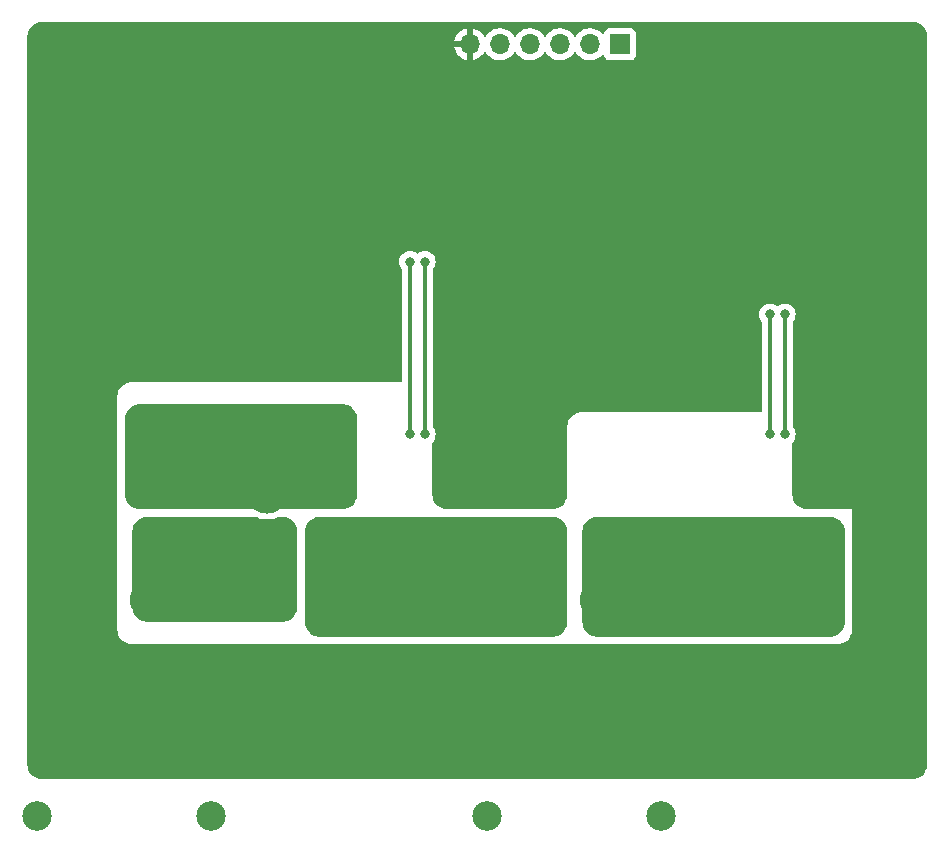
<source format=gbr>
%TF.GenerationSoftware,KiCad,Pcbnew,6.0.2+dfsg-1*%
%TF.CreationDate,2022-11-28T11:13:56-05:00*%
%TF.ProjectId,bts7960-clone-board,62747337-3936-4302-9d63-6c6f6e652d62,rev?*%
%TF.SameCoordinates,Original*%
%TF.FileFunction,Copper,L2,Bot*%
%TF.FilePolarity,Positive*%
%FSLAX46Y46*%
G04 Gerber Fmt 4.6, Leading zero omitted, Abs format (unit mm)*
G04 Created by KiCad (PCBNEW 6.0.2+dfsg-1) date 2022-11-28 11:13:56*
%MOMM*%
%LPD*%
G01*
G04 APERTURE LIST*
%TA.AperFunction,ComponentPad*%
%ADD10R,1.700000X1.700000*%
%TD*%
%TA.AperFunction,ComponentPad*%
%ADD11O,1.700000X1.700000*%
%TD*%
%TA.AperFunction,ComponentPad*%
%ADD12C,2.500000*%
%TD*%
%TA.AperFunction,ComponentPad*%
%ADD13O,7.000000X3.000000*%
%TD*%
%TA.AperFunction,ComponentPad*%
%ADD14R,1.600000X1.600000*%
%TD*%
%TA.AperFunction,ComponentPad*%
%ADD15C,1.600000*%
%TD*%
%TA.AperFunction,ComponentPad*%
%ADD16C,3.500000*%
%TD*%
%TA.AperFunction,ViaPad*%
%ADD17C,0.800000*%
%TD*%
%TA.AperFunction,Conductor*%
%ADD18C,0.350000*%
%TD*%
G04 APERTURE END LIST*
D10*
%TO.P,J1,1,Pin_1*%
%TO.N,+3.3V*%
X107315000Y-45085000D03*
D11*
%TO.P,J1,2,Pin_2*%
%TO.N,FOREWARD_MOTOR*%
X104775000Y-45085000D03*
%TO.P,J1,3,Pin_3*%
%TO.N,BACKWARD_MOTOR*%
X102235000Y-45085000D03*
%TO.P,J1,4,Pin_4*%
%TO.N,ON*%
X99695000Y-45085000D03*
%TO.P,J1,5,Pin_5*%
%TO.N,+12V*%
X97155000Y-45085000D03*
%TO.P,J1,6,Pin_6*%
%TO.N,GND*%
X94615000Y-45085000D03*
%TD*%
D12*
%TO.P,J2,*%
%TO.N,*%
X57999000Y-110423000D03*
X72731000Y-110423000D03*
D13*
%TO.P,J2,1,+*%
%TO.N,12V_UNFUSED*%
X69302000Y-92135000D03*
%TO.P,J2,2,-*%
%TO.N,GND*%
X61301000Y-92135000D03*
%TD*%
D14*
%TO.P,C1,1*%
%TO.N,+12V*%
X66675000Y-79375000D03*
D15*
%TO.P,C1,2*%
%TO.N,GND*%
X63175000Y-79375000D03*
%TD*%
D16*
%TO.P,F1,1*%
%TO.N,12V_UNFUSED*%
X77470000Y-87120000D03*
X77470000Y-92200000D03*
%TO.P,F1,2*%
%TO.N,+12V*%
X77470000Y-77980000D03*
X77470000Y-83060000D03*
%TD*%
D12*
%TO.P,J3,*%
%TO.N,*%
X110831000Y-110423000D03*
X96099000Y-110423000D03*
D13*
%TO.P,J3,1,+*%
%TO.N,MOTOR_A*%
X107402000Y-92135000D03*
%TO.P,J3,2,-*%
%TO.N,MOTOR_B*%
X99401000Y-92135000D03*
%TD*%
D17*
%TO.N,GND*%
X95885000Y-77470000D03*
X125095000Y-82550000D03*
X125095000Y-78740000D03*
X127635000Y-77470000D03*
X99695000Y-77470000D03*
X98425000Y-77470000D03*
X130175000Y-80010000D03*
X126365000Y-82550000D03*
X130175000Y-77470000D03*
X125095000Y-77470000D03*
X126365000Y-77470000D03*
X130175000Y-82550000D03*
X99695000Y-78740000D03*
X127635000Y-82550000D03*
X126365000Y-80010000D03*
X94615000Y-77470000D03*
X94615000Y-82550000D03*
X95885000Y-82550000D03*
X127635000Y-81280000D03*
X98425000Y-47625000D03*
X106045000Y-51435000D03*
X125095000Y-80010000D03*
X127635000Y-80010000D03*
X130175000Y-78740000D03*
X97155000Y-77470000D03*
X130175000Y-81280000D03*
X99695000Y-82550000D03*
X97155000Y-82550000D03*
X94615000Y-78740000D03*
X94615000Y-80010000D03*
X104140000Y-47625000D03*
X98425000Y-78740000D03*
X128905000Y-80010000D03*
X98425000Y-81280000D03*
X126365000Y-81280000D03*
X128905000Y-77470000D03*
X125095000Y-81280000D03*
X127635000Y-78740000D03*
X126365000Y-78740000D03*
X95885000Y-81280000D03*
X94615000Y-81280000D03*
X95885000Y-80010000D03*
X97155000Y-78740000D03*
X97155000Y-81280000D03*
X128905000Y-82550000D03*
X128905000Y-78740000D03*
X98425000Y-80010000D03*
X99695000Y-81280000D03*
X98425000Y-82550000D03*
X95885000Y-78740000D03*
X99695000Y-80010000D03*
X128905000Y-81280000D03*
X97155000Y-80010000D03*
%TO.N,IN_A*%
X121285000Y-67945000D03*
X121285000Y-78105000D03*
%TO.N,INH_A*%
X120015000Y-78105000D03*
X120015000Y-67945000D03*
%TO.N,IN_B*%
X90805000Y-78105000D03*
X90805000Y-63500000D03*
%TO.N,INH_B*%
X89535000Y-63500000D03*
X89535000Y-78105000D03*
%TD*%
D18*
%TO.N,IN_A*%
X121285000Y-67945000D02*
X121285000Y-78105000D01*
%TO.N,INH_A*%
X120015000Y-67945000D02*
X120015000Y-78105000D01*
%TO.N,IN_B*%
X90805000Y-63500000D02*
X90805000Y-78105000D01*
%TO.N,INH_B*%
X89535000Y-63500000D02*
X89535000Y-78105000D01*
%TD*%
%TA.AperFunction,Conductor*%
%TO.N,+12V*%
G36*
X83825474Y-75565479D02*
G01*
X83873516Y-75569682D01*
X84029555Y-75583334D01*
X84051178Y-75587146D01*
X84201625Y-75627458D01*
X84243718Y-75638737D01*
X84264358Y-75646249D01*
X84445015Y-75730492D01*
X84464026Y-75741468D01*
X84605489Y-75840522D01*
X84627314Y-75855804D01*
X84644138Y-75869922D01*
X84785078Y-76010862D01*
X84799196Y-76027686D01*
X84913532Y-76190974D01*
X84924508Y-76209985D01*
X84998102Y-76367807D01*
X85008751Y-76390643D01*
X85016263Y-76411282D01*
X85067853Y-76603818D01*
X85071667Y-76625448D01*
X85089521Y-76829526D01*
X85090000Y-76840507D01*
X85090000Y-83179493D01*
X85089521Y-83190474D01*
X85071667Y-83394552D01*
X85067853Y-83416182D01*
X85016263Y-83608718D01*
X85008751Y-83629357D01*
X84924508Y-83810015D01*
X84913532Y-83829026D01*
X84814478Y-83970489D01*
X84799196Y-83992314D01*
X84785078Y-84009138D01*
X84644138Y-84150078D01*
X84627314Y-84164196D01*
X84464026Y-84278532D01*
X84445015Y-84289508D01*
X84287193Y-84363102D01*
X84264357Y-84373751D01*
X84243717Y-84381263D01*
X84051178Y-84432854D01*
X84029555Y-84436666D01*
X83873516Y-84450318D01*
X83825474Y-84454521D01*
X83814493Y-84455000D01*
X66680507Y-84455000D01*
X66669526Y-84454521D01*
X66621484Y-84450318D01*
X66465445Y-84436666D01*
X66443822Y-84432854D01*
X66251283Y-84381263D01*
X66230643Y-84373751D01*
X66207807Y-84363102D01*
X66049985Y-84289508D01*
X66030974Y-84278532D01*
X65867686Y-84164196D01*
X65850862Y-84150078D01*
X65709922Y-84009138D01*
X65695804Y-83992314D01*
X65680522Y-83970489D01*
X65581468Y-83829026D01*
X65570492Y-83810015D01*
X65486249Y-83629357D01*
X65478737Y-83608718D01*
X65427147Y-83416182D01*
X65423333Y-83394552D01*
X65405479Y-83190474D01*
X65405000Y-83179493D01*
X65405000Y-76840507D01*
X65405479Y-76829526D01*
X65423333Y-76625448D01*
X65427147Y-76603818D01*
X65478737Y-76411282D01*
X65486249Y-76390643D01*
X65496898Y-76367807D01*
X65570492Y-76209985D01*
X65581468Y-76190974D01*
X65695804Y-76027686D01*
X65709922Y-76010862D01*
X65850862Y-75869922D01*
X65867686Y-75855804D01*
X65889511Y-75840522D01*
X66030974Y-75741468D01*
X66049985Y-75730492D01*
X66230642Y-75646249D01*
X66251282Y-75638737D01*
X66293375Y-75627458D01*
X66443822Y-75587146D01*
X66465445Y-75583334D01*
X66621484Y-75569682D01*
X66669526Y-75565479D01*
X66680507Y-75565000D01*
X83814493Y-75565000D01*
X83825474Y-75565479D01*
G37*
%TD.AperFunction*%
%TD*%
%TA.AperFunction,Conductor*%
%TO.N,GND*%
G36*
X64770000Y-93980000D02*
G01*
X57150000Y-93980000D01*
X57150000Y-75565000D01*
X64770000Y-75565000D01*
X64770000Y-93980000D01*
G37*
%TD.AperFunction*%
%TD*%
%TA.AperFunction,Conductor*%
%TO.N,GND*%
G36*
X133350000Y-84455000D02*
G01*
X123195507Y-84455000D01*
X123184526Y-84454521D01*
X123136484Y-84450318D01*
X122980445Y-84436666D01*
X122958822Y-84432854D01*
X122766283Y-84381263D01*
X122745643Y-84373751D01*
X122722807Y-84363102D01*
X122564985Y-84289508D01*
X122545974Y-84278532D01*
X122382686Y-84164196D01*
X122365862Y-84150078D01*
X122224922Y-84009138D01*
X122210804Y-83992314D01*
X122195522Y-83970489D01*
X122096468Y-83829026D01*
X122085492Y-83810015D01*
X122001249Y-83629357D01*
X121993737Y-83608718D01*
X121942147Y-83416182D01*
X121938333Y-83394552D01*
X121920479Y-83190474D01*
X121920000Y-83179493D01*
X121920000Y-78805859D01*
X121940002Y-78737738D01*
X121952364Y-78721548D01*
X122019621Y-78646852D01*
X122019622Y-78646851D01*
X122024040Y-78641944D01*
X122119527Y-78476556D01*
X122178542Y-78294928D01*
X122198504Y-78105000D01*
X122178542Y-77915072D01*
X122119527Y-77733444D01*
X122024040Y-77568056D01*
X122019620Y-77563147D01*
X122019617Y-77563143D01*
X122000865Y-77542317D01*
X121970147Y-77478310D01*
X121968500Y-77458006D01*
X121968500Y-76835000D01*
X133350000Y-76835000D01*
X133350000Y-84455000D01*
G37*
%TD.AperFunction*%
%TD*%
%TA.AperFunction,Conductor*%
%TO.N,12V_UNFUSED*%
G36*
X76506388Y-85102994D02*
G01*
X76600145Y-85149230D01*
X76600152Y-85149233D01*
X76603855Y-85151059D01*
X76607769Y-85152388D01*
X76607770Y-85152388D01*
X76880290Y-85244896D01*
X76880294Y-85244897D01*
X76884203Y-85246224D01*
X76888247Y-85247028D01*
X76888253Y-85247030D01*
X77170535Y-85303180D01*
X77170541Y-85303181D01*
X77174574Y-85303983D01*
X77178679Y-85304252D01*
X77178686Y-85304253D01*
X77465881Y-85323076D01*
X77470000Y-85323346D01*
X77474119Y-85323076D01*
X77761314Y-85304253D01*
X77761321Y-85304252D01*
X77765426Y-85303983D01*
X77769459Y-85303181D01*
X77769465Y-85303180D01*
X78051747Y-85247030D01*
X78051753Y-85247028D01*
X78055797Y-85246224D01*
X78059706Y-85244897D01*
X78059710Y-85244896D01*
X78332230Y-85152388D01*
X78332231Y-85152388D01*
X78336145Y-85151059D01*
X78339848Y-85149233D01*
X78339855Y-85149230D01*
X78433612Y-85102994D01*
X78489340Y-85090000D01*
X78734493Y-85090000D01*
X78745474Y-85090479D01*
X78793516Y-85094682D01*
X78949555Y-85108334D01*
X78971178Y-85112146D01*
X79109577Y-85149230D01*
X79163718Y-85163737D01*
X79184358Y-85171249D01*
X79365015Y-85255492D01*
X79384026Y-85266468D01*
X79525489Y-85365522D01*
X79547314Y-85380804D01*
X79564138Y-85394922D01*
X79705078Y-85535862D01*
X79719196Y-85552686D01*
X79833532Y-85715974D01*
X79844508Y-85734985D01*
X79918102Y-85892807D01*
X79928751Y-85915643D01*
X79936263Y-85936282D01*
X79987853Y-86128818D01*
X79991667Y-86150448D01*
X80009521Y-86354526D01*
X80010000Y-86365507D01*
X80010000Y-92704493D01*
X80009521Y-92715474D01*
X79991667Y-92919552D01*
X79987853Y-92941182D01*
X79936263Y-93133718D01*
X79928751Y-93154357D01*
X79844508Y-93335015D01*
X79833532Y-93354026D01*
X79734478Y-93495489D01*
X79719196Y-93517314D01*
X79705078Y-93534138D01*
X79564138Y-93675078D01*
X79547314Y-93689196D01*
X79384026Y-93803532D01*
X79365015Y-93814508D01*
X79207193Y-93888102D01*
X79184357Y-93898751D01*
X79163717Y-93906263D01*
X78971178Y-93957854D01*
X78949555Y-93961666D01*
X78793516Y-93975318D01*
X78745474Y-93979521D01*
X78734493Y-93980000D01*
X67315507Y-93980000D01*
X67304526Y-93979521D01*
X67256484Y-93975318D01*
X67100445Y-93961666D01*
X67078822Y-93957854D01*
X66886283Y-93906263D01*
X66865643Y-93898751D01*
X66842807Y-93888102D01*
X66684985Y-93814508D01*
X66665974Y-93803532D01*
X66502686Y-93689196D01*
X66485862Y-93675078D01*
X66344922Y-93534138D01*
X66330804Y-93517314D01*
X66315522Y-93495489D01*
X66216468Y-93354026D01*
X66205492Y-93335015D01*
X66121249Y-93154357D01*
X66113737Y-93133718D01*
X66062147Y-92941182D01*
X66058333Y-92919552D01*
X66040479Y-92715474D01*
X66040000Y-92704493D01*
X66040000Y-86365507D01*
X66040479Y-86354526D01*
X66058333Y-86150448D01*
X66062147Y-86128818D01*
X66113737Y-85936282D01*
X66121249Y-85915643D01*
X66131898Y-85892807D01*
X66205492Y-85734985D01*
X66216468Y-85715974D01*
X66330804Y-85552686D01*
X66344922Y-85535862D01*
X66485862Y-85394922D01*
X66502686Y-85380804D01*
X66524511Y-85365522D01*
X66665974Y-85266468D01*
X66684985Y-85255492D01*
X66865642Y-85171249D01*
X66886282Y-85163737D01*
X66940423Y-85149230D01*
X67078822Y-85112146D01*
X67100445Y-85108334D01*
X67256484Y-85094682D01*
X67304526Y-85090479D01*
X67315507Y-85090000D01*
X76450660Y-85090000D01*
X76506388Y-85102994D01*
G37*
%TD.AperFunction*%
%TD*%
%TA.AperFunction,Conductor*%
%TO.N,GND*%
G36*
X133350000Y-106039493D02*
G01*
X133349521Y-106050474D01*
X133331667Y-106254552D01*
X133327853Y-106276182D01*
X133276263Y-106468718D01*
X133268751Y-106489357D01*
X133184508Y-106670015D01*
X133173532Y-106689026D01*
X133074478Y-106830489D01*
X133059196Y-106852314D01*
X133045078Y-106869138D01*
X132904138Y-107010078D01*
X132887314Y-107024196D01*
X132724026Y-107138532D01*
X132705015Y-107149508D01*
X132547193Y-107223102D01*
X132524357Y-107233751D01*
X132503717Y-107241263D01*
X132311178Y-107292854D01*
X132289555Y-107296666D01*
X132133516Y-107310318D01*
X132085474Y-107314521D01*
X132074493Y-107315000D01*
X58425507Y-107315000D01*
X58414526Y-107314521D01*
X58366484Y-107310318D01*
X58210445Y-107296666D01*
X58188822Y-107292854D01*
X57996283Y-107241263D01*
X57975643Y-107233751D01*
X57952807Y-107223102D01*
X57794985Y-107149508D01*
X57775974Y-107138532D01*
X57612686Y-107024196D01*
X57595862Y-107010078D01*
X57454922Y-106869138D01*
X57440804Y-106852314D01*
X57425522Y-106830489D01*
X57326468Y-106689026D01*
X57315492Y-106670015D01*
X57231249Y-106489357D01*
X57223737Y-106468718D01*
X57172147Y-106276182D01*
X57168333Y-106254552D01*
X57150479Y-106050474D01*
X57150000Y-106039493D01*
X57150000Y-90170000D01*
X64770000Y-90170000D01*
X64770000Y-94615000D01*
X64789294Y-94835533D01*
X64846590Y-95049366D01*
X64848912Y-95054346D01*
X64848913Y-95054348D01*
X64937822Y-95245013D01*
X64937825Y-95245018D01*
X64940148Y-95250000D01*
X65067124Y-95431340D01*
X65223660Y-95587876D01*
X65228168Y-95591033D01*
X65228171Y-95591035D01*
X65303628Y-95643871D01*
X65405000Y-95714852D01*
X65409982Y-95717175D01*
X65409987Y-95717178D01*
X65600652Y-95806087D01*
X65605634Y-95808410D01*
X65610942Y-95809832D01*
X65610944Y-95809833D01*
X65814152Y-95864282D01*
X65814154Y-95864282D01*
X65819467Y-95865706D01*
X65947637Y-95876919D01*
X66037276Y-95884762D01*
X66037283Y-95884762D01*
X66040000Y-95885000D01*
X125730000Y-95885000D01*
X125732717Y-95884762D01*
X125732724Y-95884762D01*
X125822363Y-95876919D01*
X125950533Y-95865706D01*
X125955846Y-95864282D01*
X125955848Y-95864282D01*
X126159056Y-95809833D01*
X126159058Y-95809832D01*
X126164366Y-95808410D01*
X126169348Y-95806087D01*
X126360013Y-95717178D01*
X126360018Y-95717175D01*
X126365000Y-95714852D01*
X126466372Y-95643871D01*
X126541829Y-95591035D01*
X126541832Y-95591033D01*
X126546340Y-95587876D01*
X126702876Y-95431340D01*
X126829852Y-95250000D01*
X126832175Y-95245018D01*
X126832178Y-95245013D01*
X126921087Y-95054348D01*
X126921088Y-95054346D01*
X126923410Y-95049366D01*
X126980706Y-94835533D01*
X127000000Y-94615000D01*
X127000000Y-76835000D01*
X133350000Y-76835000D01*
X133350000Y-106039493D01*
G37*
%TD.AperFunction*%
%TD*%
%TA.AperFunction,Conductor*%
%TO.N,MOTOR_A*%
G36*
X125100474Y-85090479D02*
G01*
X125148516Y-85094682D01*
X125304555Y-85108334D01*
X125326178Y-85112146D01*
X125476625Y-85152458D01*
X125518718Y-85163737D01*
X125539358Y-85171249D01*
X125720015Y-85255492D01*
X125739026Y-85266468D01*
X125880489Y-85365522D01*
X125902314Y-85380804D01*
X125919138Y-85394922D01*
X126060078Y-85535862D01*
X126074196Y-85552686D01*
X126188532Y-85715974D01*
X126199508Y-85734985D01*
X126273102Y-85892807D01*
X126283751Y-85915643D01*
X126291263Y-85936282D01*
X126342853Y-86128818D01*
X126346667Y-86150448D01*
X126364521Y-86354526D01*
X126365000Y-86365507D01*
X126365000Y-93974493D01*
X126364521Y-93985474D01*
X126346667Y-94189552D01*
X126342853Y-94211182D01*
X126291263Y-94403718D01*
X126283751Y-94424357D01*
X126199508Y-94605015D01*
X126188532Y-94624026D01*
X126089478Y-94765489D01*
X126074196Y-94787314D01*
X126060078Y-94804138D01*
X125919138Y-94945078D01*
X125902314Y-94959196D01*
X125739026Y-95073532D01*
X125720015Y-95084508D01*
X125562193Y-95158102D01*
X125539357Y-95168751D01*
X125518717Y-95176263D01*
X125326178Y-95227854D01*
X125304555Y-95231666D01*
X125148516Y-95245318D01*
X125100474Y-95249521D01*
X125089493Y-95250000D01*
X105415507Y-95250000D01*
X105404526Y-95249521D01*
X105356484Y-95245318D01*
X105200445Y-95231666D01*
X105178822Y-95227854D01*
X104986283Y-95176263D01*
X104965643Y-95168751D01*
X104942807Y-95158102D01*
X104784985Y-95084508D01*
X104765974Y-95073532D01*
X104602686Y-94959196D01*
X104585862Y-94945078D01*
X104444922Y-94804138D01*
X104430804Y-94787314D01*
X104415522Y-94765489D01*
X104316468Y-94624026D01*
X104305492Y-94605015D01*
X104221249Y-94424357D01*
X104213737Y-94403718D01*
X104162147Y-94211182D01*
X104158333Y-94189552D01*
X104140479Y-93985474D01*
X104140000Y-93974493D01*
X104140000Y-86365507D01*
X104140479Y-86354526D01*
X104158333Y-86150448D01*
X104162147Y-86128818D01*
X104213737Y-85936282D01*
X104221249Y-85915643D01*
X104231898Y-85892807D01*
X104305492Y-85734985D01*
X104316468Y-85715974D01*
X104430804Y-85552686D01*
X104444922Y-85535862D01*
X104585862Y-85394922D01*
X104602686Y-85380804D01*
X104624511Y-85365522D01*
X104765974Y-85266468D01*
X104784985Y-85255492D01*
X104965642Y-85171249D01*
X104986282Y-85163737D01*
X105028375Y-85152458D01*
X105178822Y-85112146D01*
X105200445Y-85108334D01*
X105356484Y-85094682D01*
X105404526Y-85090479D01*
X105415507Y-85090000D01*
X125089493Y-85090000D01*
X125100474Y-85090479D01*
G37*
%TD.AperFunction*%
%TD*%
%TA.AperFunction,Conductor*%
%TO.N,MOTOR_B*%
G36*
X101605474Y-85090479D02*
G01*
X101653516Y-85094682D01*
X101809555Y-85108334D01*
X101831178Y-85112146D01*
X101981625Y-85152458D01*
X102023718Y-85163737D01*
X102044358Y-85171249D01*
X102225015Y-85255492D01*
X102244026Y-85266468D01*
X102385489Y-85365522D01*
X102407314Y-85380804D01*
X102424138Y-85394922D01*
X102565078Y-85535862D01*
X102579196Y-85552686D01*
X102693532Y-85715974D01*
X102704508Y-85734985D01*
X102778102Y-85892807D01*
X102788751Y-85915643D01*
X102796263Y-85936282D01*
X102847853Y-86128818D01*
X102851667Y-86150448D01*
X102869521Y-86354526D01*
X102870000Y-86365507D01*
X102870000Y-93974493D01*
X102869521Y-93985474D01*
X102851667Y-94189552D01*
X102847853Y-94211182D01*
X102796263Y-94403718D01*
X102788751Y-94424357D01*
X102704508Y-94605015D01*
X102693532Y-94624026D01*
X102594478Y-94765489D01*
X102579196Y-94787314D01*
X102565078Y-94804138D01*
X102424138Y-94945078D01*
X102407314Y-94959196D01*
X102244026Y-95073532D01*
X102225015Y-95084508D01*
X102067193Y-95158102D01*
X102044357Y-95168751D01*
X102023717Y-95176263D01*
X101831178Y-95227854D01*
X101809555Y-95231666D01*
X101653516Y-95245318D01*
X101605474Y-95249521D01*
X101594493Y-95250000D01*
X81920507Y-95250000D01*
X81909526Y-95249521D01*
X81861484Y-95245318D01*
X81705445Y-95231666D01*
X81683822Y-95227854D01*
X81491283Y-95176263D01*
X81470643Y-95168751D01*
X81447807Y-95158102D01*
X81289985Y-95084508D01*
X81270974Y-95073532D01*
X81107686Y-94959196D01*
X81090862Y-94945078D01*
X80949922Y-94804138D01*
X80935804Y-94787314D01*
X80920522Y-94765489D01*
X80821468Y-94624026D01*
X80810492Y-94605015D01*
X80726249Y-94424357D01*
X80718737Y-94403718D01*
X80667147Y-94211182D01*
X80663333Y-94189552D01*
X80645479Y-93985474D01*
X80645000Y-93974493D01*
X80645000Y-86365507D01*
X80645479Y-86354526D01*
X80663333Y-86150448D01*
X80667147Y-86128818D01*
X80718737Y-85936282D01*
X80726249Y-85915643D01*
X80736898Y-85892807D01*
X80810492Y-85734985D01*
X80821468Y-85715974D01*
X80935804Y-85552686D01*
X80949922Y-85535862D01*
X81090862Y-85394922D01*
X81107686Y-85380804D01*
X81129511Y-85365522D01*
X81270974Y-85266468D01*
X81289985Y-85255492D01*
X81470642Y-85171249D01*
X81491282Y-85163737D01*
X81533375Y-85152458D01*
X81683822Y-85112146D01*
X81705445Y-85108334D01*
X81861484Y-85094682D01*
X81909526Y-85090479D01*
X81920507Y-85090000D01*
X101594493Y-85090000D01*
X101605474Y-85090479D01*
G37*
%TD.AperFunction*%
%TD*%
%TA.AperFunction,Conductor*%
%TO.N,GND*%
G36*
X102870000Y-83179493D02*
G01*
X102869521Y-83190474D01*
X102851667Y-83394552D01*
X102847853Y-83416182D01*
X102796263Y-83608718D01*
X102788751Y-83629357D01*
X102704508Y-83810015D01*
X102693532Y-83829026D01*
X102594478Y-83970489D01*
X102579196Y-83992314D01*
X102565078Y-84009138D01*
X102424138Y-84150078D01*
X102407314Y-84164196D01*
X102244026Y-84278532D01*
X102225015Y-84289508D01*
X102067193Y-84363102D01*
X102044357Y-84373751D01*
X102023717Y-84381263D01*
X101831178Y-84432854D01*
X101809555Y-84436666D01*
X101653516Y-84450318D01*
X101605474Y-84454521D01*
X101594493Y-84455000D01*
X92715507Y-84455000D01*
X92704526Y-84454521D01*
X92656484Y-84450318D01*
X92500445Y-84436666D01*
X92478822Y-84432854D01*
X92286283Y-84381263D01*
X92265643Y-84373751D01*
X92242807Y-84363102D01*
X92084985Y-84289508D01*
X92065974Y-84278532D01*
X91902686Y-84164196D01*
X91885862Y-84150078D01*
X91744922Y-84009138D01*
X91730804Y-83992314D01*
X91715522Y-83970489D01*
X91616468Y-83829026D01*
X91605492Y-83810015D01*
X91521249Y-83629357D01*
X91513737Y-83608718D01*
X91462147Y-83416182D01*
X91458333Y-83394552D01*
X91440479Y-83190474D01*
X91440000Y-83179493D01*
X91440000Y-78805859D01*
X91460002Y-78737738D01*
X91472364Y-78721548D01*
X91539621Y-78646852D01*
X91539622Y-78646851D01*
X91544040Y-78641944D01*
X91639527Y-78476556D01*
X91698542Y-78294928D01*
X91718504Y-78105000D01*
X91698542Y-77915072D01*
X91639527Y-77733444D01*
X91544040Y-77568056D01*
X91539620Y-77563147D01*
X91539617Y-77563143D01*
X91520865Y-77542317D01*
X91490147Y-77478310D01*
X91488500Y-77458006D01*
X91488500Y-76835000D01*
X102870000Y-76835000D01*
X102870000Y-83179493D01*
G37*
%TD.AperFunction*%
%TD*%
%TA.AperFunction,Conductor*%
%TO.N,GND*%
G36*
X132085474Y-43180479D02*
G01*
X132133516Y-43184682D01*
X132289555Y-43198334D01*
X132311178Y-43202146D01*
X132461625Y-43242458D01*
X132503718Y-43253737D01*
X132524358Y-43261249D01*
X132705015Y-43345492D01*
X132724026Y-43356468D01*
X132865489Y-43455522D01*
X132887314Y-43470804D01*
X132904138Y-43484922D01*
X133045078Y-43625862D01*
X133059196Y-43642686D01*
X133173532Y-43805974D01*
X133184508Y-43824985D01*
X133235826Y-43935036D01*
X133268751Y-44005643D01*
X133276263Y-44026282D01*
X133319695Y-44188371D01*
X133327853Y-44218818D01*
X133331667Y-44240448D01*
X133349521Y-44444526D01*
X133350000Y-44455507D01*
X133350000Y-84455000D01*
X123195507Y-84455000D01*
X123184526Y-84454521D01*
X123136484Y-84450318D01*
X122980445Y-84436666D01*
X122958822Y-84432854D01*
X122766283Y-84381263D01*
X122745643Y-84373751D01*
X122722807Y-84363102D01*
X122564985Y-84289508D01*
X122545974Y-84278532D01*
X122382686Y-84164196D01*
X122365862Y-84150078D01*
X122224922Y-84009138D01*
X122210804Y-83992314D01*
X122195522Y-83970489D01*
X122096468Y-83829026D01*
X122085492Y-83810015D01*
X122001249Y-83629357D01*
X121993737Y-83608718D01*
X121942147Y-83416182D01*
X121938333Y-83394552D01*
X121920479Y-83190474D01*
X121920000Y-83179493D01*
X121920000Y-78805859D01*
X121940002Y-78737738D01*
X121952364Y-78721548D01*
X122019621Y-78646852D01*
X122019622Y-78646851D01*
X122024040Y-78641944D01*
X122068004Y-78565797D01*
X122116223Y-78482279D01*
X122116224Y-78482278D01*
X122119527Y-78476556D01*
X122178542Y-78294928D01*
X122179272Y-78287988D01*
X122197814Y-78111565D01*
X122198504Y-78105000D01*
X122178542Y-77915072D01*
X122119527Y-77733444D01*
X122024040Y-77568056D01*
X122019620Y-77563147D01*
X122019617Y-77563143D01*
X122000865Y-77542317D01*
X121970147Y-77478310D01*
X121968500Y-77458006D01*
X121968500Y-68591994D01*
X121988502Y-68523873D01*
X122000865Y-68507683D01*
X122019617Y-68486857D01*
X122019620Y-68486853D01*
X122024040Y-68481944D01*
X122119527Y-68316556D01*
X122178542Y-68134928D01*
X122198504Y-67945000D01*
X122178542Y-67755072D01*
X122119527Y-67573444D01*
X122024040Y-67408056D01*
X121896253Y-67266134D01*
X121741752Y-67153882D01*
X121735724Y-67151198D01*
X121735722Y-67151197D01*
X121573319Y-67078891D01*
X121573318Y-67078891D01*
X121567288Y-67076206D01*
X121473887Y-67056353D01*
X121386944Y-67037872D01*
X121386939Y-67037872D01*
X121380487Y-67036500D01*
X121189513Y-67036500D01*
X121183061Y-67037872D01*
X121183056Y-67037872D01*
X121096113Y-67056353D01*
X121002712Y-67076206D01*
X120996682Y-67078891D01*
X120996681Y-67078891D01*
X120834278Y-67151197D01*
X120834276Y-67151198D01*
X120828248Y-67153882D01*
X120724060Y-67229579D01*
X120657194Y-67253437D01*
X120588042Y-67237357D01*
X120575944Y-67229582D01*
X120471752Y-67153882D01*
X120465724Y-67151198D01*
X120465722Y-67151197D01*
X120303319Y-67078891D01*
X120303318Y-67078891D01*
X120297288Y-67076206D01*
X120203887Y-67056353D01*
X120116944Y-67037872D01*
X120116939Y-67037872D01*
X120110487Y-67036500D01*
X119919513Y-67036500D01*
X119913061Y-67037872D01*
X119913056Y-67037872D01*
X119826113Y-67056353D01*
X119732712Y-67076206D01*
X119726682Y-67078891D01*
X119726681Y-67078891D01*
X119564278Y-67151197D01*
X119564276Y-67151198D01*
X119558248Y-67153882D01*
X119403747Y-67266134D01*
X119275960Y-67408056D01*
X119180473Y-67573444D01*
X119121458Y-67755072D01*
X119101496Y-67945000D01*
X119121458Y-68134928D01*
X119180473Y-68316556D01*
X119275960Y-68481944D01*
X119280380Y-68486853D01*
X119280383Y-68486857D01*
X119299135Y-68507683D01*
X119329853Y-68571690D01*
X119331500Y-68591994D01*
X119331500Y-76074000D01*
X119311498Y-76142121D01*
X119257842Y-76188614D01*
X119205500Y-76200000D01*
X104140000Y-76200000D01*
X104137283Y-76200238D01*
X104137276Y-76200238D01*
X104047637Y-76208081D01*
X103919467Y-76219294D01*
X103914154Y-76220718D01*
X103914152Y-76220718D01*
X103710944Y-76275167D01*
X103710942Y-76275168D01*
X103705634Y-76276590D01*
X103700654Y-76278912D01*
X103700652Y-76278913D01*
X103509987Y-76367822D01*
X103509982Y-76367825D01*
X103505000Y-76370148D01*
X103403628Y-76441129D01*
X103328171Y-76493965D01*
X103328168Y-76493967D01*
X103323660Y-76497124D01*
X103167124Y-76653660D01*
X103040148Y-76835000D01*
X103037825Y-76839982D01*
X103037822Y-76839987D01*
X102948913Y-77030652D01*
X102946590Y-77035634D01*
X102889294Y-77249467D01*
X102870000Y-77470000D01*
X102870000Y-83179493D01*
X102869521Y-83190474D01*
X102851667Y-83394552D01*
X102847853Y-83416182D01*
X102796263Y-83608718D01*
X102788751Y-83629357D01*
X102704508Y-83810015D01*
X102693532Y-83829026D01*
X102594478Y-83970489D01*
X102579196Y-83992314D01*
X102565078Y-84009138D01*
X102424138Y-84150078D01*
X102407314Y-84164196D01*
X102244026Y-84278532D01*
X102225015Y-84289508D01*
X102067193Y-84363102D01*
X102044357Y-84373751D01*
X102023717Y-84381263D01*
X101831178Y-84432854D01*
X101809555Y-84436666D01*
X101653516Y-84450318D01*
X101605474Y-84454521D01*
X101594493Y-84455000D01*
X92715507Y-84455000D01*
X92704526Y-84454521D01*
X92656484Y-84450318D01*
X92500445Y-84436666D01*
X92478822Y-84432854D01*
X92286283Y-84381263D01*
X92265643Y-84373751D01*
X92242807Y-84363102D01*
X92084985Y-84289508D01*
X92065974Y-84278532D01*
X91902686Y-84164196D01*
X91885862Y-84150078D01*
X91744922Y-84009138D01*
X91730804Y-83992314D01*
X91715522Y-83970489D01*
X91616468Y-83829026D01*
X91605492Y-83810015D01*
X91521249Y-83629357D01*
X91513737Y-83608718D01*
X91462147Y-83416182D01*
X91458333Y-83394552D01*
X91440479Y-83190474D01*
X91440000Y-83179493D01*
X91440000Y-78805859D01*
X91460002Y-78737738D01*
X91472364Y-78721548D01*
X91539621Y-78646852D01*
X91539622Y-78646851D01*
X91544040Y-78641944D01*
X91588004Y-78565797D01*
X91636223Y-78482279D01*
X91636224Y-78482278D01*
X91639527Y-78476556D01*
X91698542Y-78294928D01*
X91699272Y-78287988D01*
X91717814Y-78111565D01*
X91718504Y-78105000D01*
X91698542Y-77915072D01*
X91639527Y-77733444D01*
X91544040Y-77568056D01*
X91539620Y-77563147D01*
X91539617Y-77563143D01*
X91520865Y-77542317D01*
X91490147Y-77478310D01*
X91488500Y-77458006D01*
X91488500Y-64146994D01*
X91508502Y-64078873D01*
X91520865Y-64062683D01*
X91539617Y-64041857D01*
X91539620Y-64041853D01*
X91544040Y-64036944D01*
X91639527Y-63871556D01*
X91698542Y-63689928D01*
X91718504Y-63500000D01*
X91698542Y-63310072D01*
X91639527Y-63128444D01*
X91544040Y-62963056D01*
X91416253Y-62821134D01*
X91261752Y-62708882D01*
X91255724Y-62706198D01*
X91255722Y-62706197D01*
X91093319Y-62633891D01*
X91093318Y-62633891D01*
X91087288Y-62631206D01*
X90993887Y-62611353D01*
X90906944Y-62592872D01*
X90906939Y-62592872D01*
X90900487Y-62591500D01*
X90709513Y-62591500D01*
X90703061Y-62592872D01*
X90703056Y-62592872D01*
X90616113Y-62611353D01*
X90522712Y-62631206D01*
X90516682Y-62633891D01*
X90516681Y-62633891D01*
X90354278Y-62706197D01*
X90354276Y-62706198D01*
X90348248Y-62708882D01*
X90244060Y-62784579D01*
X90177194Y-62808437D01*
X90108042Y-62792357D01*
X90095944Y-62784582D01*
X89991752Y-62708882D01*
X89985724Y-62706198D01*
X89985722Y-62706197D01*
X89823319Y-62633891D01*
X89823318Y-62633891D01*
X89817288Y-62631206D01*
X89723887Y-62611353D01*
X89636944Y-62592872D01*
X89636939Y-62592872D01*
X89630487Y-62591500D01*
X89439513Y-62591500D01*
X89433061Y-62592872D01*
X89433056Y-62592872D01*
X89346113Y-62611353D01*
X89252712Y-62631206D01*
X89246682Y-62633891D01*
X89246681Y-62633891D01*
X89084278Y-62706197D01*
X89084276Y-62706198D01*
X89078248Y-62708882D01*
X88923747Y-62821134D01*
X88795960Y-62963056D01*
X88700473Y-63128444D01*
X88641458Y-63310072D01*
X88621496Y-63500000D01*
X88641458Y-63689928D01*
X88700473Y-63871556D01*
X88795960Y-64036944D01*
X88800380Y-64041853D01*
X88800383Y-64041857D01*
X88819135Y-64062683D01*
X88849853Y-64126690D01*
X88851500Y-64146994D01*
X88851500Y-73534000D01*
X88831498Y-73602121D01*
X88777842Y-73648614D01*
X88725500Y-73660000D01*
X66040000Y-73660000D01*
X66037283Y-73660238D01*
X66037276Y-73660238D01*
X65947637Y-73668081D01*
X65819467Y-73679294D01*
X65814154Y-73680718D01*
X65814152Y-73680718D01*
X65610944Y-73735167D01*
X65610942Y-73735168D01*
X65605634Y-73736590D01*
X65600654Y-73738912D01*
X65600652Y-73738913D01*
X65409987Y-73827822D01*
X65409982Y-73827825D01*
X65405000Y-73830148D01*
X65303628Y-73901129D01*
X65228171Y-73953965D01*
X65228168Y-73953967D01*
X65223660Y-73957124D01*
X65067124Y-74113660D01*
X64940148Y-74295000D01*
X64937825Y-74299982D01*
X64937822Y-74299987D01*
X64848913Y-74490652D01*
X64846590Y-74495634D01*
X64789294Y-74709467D01*
X64770000Y-74930000D01*
X64770000Y-80645000D01*
X63489019Y-80645000D01*
X63618761Y-80610236D01*
X63629053Y-80606490D01*
X63826511Y-80514414D01*
X63836006Y-80508931D01*
X63888048Y-80472491D01*
X63896424Y-80462012D01*
X63889356Y-80448566D01*
X63187812Y-79747022D01*
X63173868Y-79739408D01*
X63172035Y-79739539D01*
X63165420Y-79743790D01*
X62459923Y-80449287D01*
X62453493Y-80461062D01*
X62462789Y-80473077D01*
X62513994Y-80508931D01*
X62523489Y-80514414D01*
X62720947Y-80606490D01*
X62731239Y-80610236D01*
X62860981Y-80645000D01*
X57150000Y-80645000D01*
X57150000Y-79380475D01*
X61862483Y-79380475D01*
X61881472Y-79597519D01*
X61883375Y-79608312D01*
X61939764Y-79818761D01*
X61943510Y-79829053D01*
X62035586Y-80026511D01*
X62041069Y-80036006D01*
X62077509Y-80088048D01*
X62087988Y-80096424D01*
X62101434Y-80089356D01*
X62802978Y-79387812D01*
X62809356Y-79376132D01*
X63539408Y-79376132D01*
X63539539Y-79377965D01*
X63543790Y-79384580D01*
X64249287Y-80090077D01*
X64261062Y-80096507D01*
X64273077Y-80087211D01*
X64308931Y-80036006D01*
X64314414Y-80026511D01*
X64406490Y-79829053D01*
X64410236Y-79818761D01*
X64466625Y-79608312D01*
X64468528Y-79597519D01*
X64487517Y-79380475D01*
X64487517Y-79369525D01*
X64468528Y-79152481D01*
X64466625Y-79141688D01*
X64410236Y-78931239D01*
X64406490Y-78920947D01*
X64314414Y-78723489D01*
X64308931Y-78713994D01*
X64272491Y-78661952D01*
X64262012Y-78653576D01*
X64248566Y-78660644D01*
X63547022Y-79362188D01*
X63539408Y-79376132D01*
X62809356Y-79376132D01*
X62810592Y-79373868D01*
X62810461Y-79372035D01*
X62806210Y-79365420D01*
X62100713Y-78659923D01*
X62088938Y-78653493D01*
X62076923Y-78662789D01*
X62041069Y-78713994D01*
X62035586Y-78723489D01*
X61943510Y-78920947D01*
X61939764Y-78931239D01*
X61883375Y-79141688D01*
X61881472Y-79152481D01*
X61862483Y-79369525D01*
X61862483Y-79380475D01*
X57150000Y-79380475D01*
X57150000Y-78287988D01*
X62453576Y-78287988D01*
X62460644Y-78301434D01*
X63162188Y-79002978D01*
X63176132Y-79010592D01*
X63177965Y-79010461D01*
X63184580Y-79006210D01*
X63890077Y-78300713D01*
X63896507Y-78288938D01*
X63887211Y-78276923D01*
X63836006Y-78241069D01*
X63826511Y-78235586D01*
X63629053Y-78143510D01*
X63618761Y-78139764D01*
X63408312Y-78083375D01*
X63397519Y-78081472D01*
X63180475Y-78062483D01*
X63169525Y-78062483D01*
X62952481Y-78081472D01*
X62941688Y-78083375D01*
X62731239Y-78139764D01*
X62720947Y-78143510D01*
X62523489Y-78235586D01*
X62513994Y-78241069D01*
X62461952Y-78277509D01*
X62453576Y-78287988D01*
X57150000Y-78287988D01*
X57150000Y-45352966D01*
X93283257Y-45352966D01*
X93313565Y-45487446D01*
X93316645Y-45497275D01*
X93396770Y-45694603D01*
X93401413Y-45703794D01*
X93512694Y-45885388D01*
X93518777Y-45893699D01*
X93658213Y-46054667D01*
X93665580Y-46061883D01*
X93829434Y-46197916D01*
X93837881Y-46203831D01*
X94021756Y-46311279D01*
X94031042Y-46315729D01*
X94230001Y-46391703D01*
X94239899Y-46394579D01*
X94343250Y-46415606D01*
X94357299Y-46414410D01*
X94361000Y-46404065D01*
X94361000Y-46403517D01*
X94869000Y-46403517D01*
X94873064Y-46417359D01*
X94886478Y-46419393D01*
X94893184Y-46418534D01*
X94903262Y-46416392D01*
X95107255Y-46355191D01*
X95116842Y-46351433D01*
X95308095Y-46257739D01*
X95316945Y-46252464D01*
X95490328Y-46128792D01*
X95498200Y-46122139D01*
X95649052Y-45971812D01*
X95655730Y-45963965D01*
X95783022Y-45786819D01*
X95784279Y-45787722D01*
X95831373Y-45744362D01*
X95901311Y-45732145D01*
X95966751Y-45759678D01*
X95994579Y-45791511D01*
X96054987Y-45890088D01*
X96201250Y-46058938D01*
X96373126Y-46201632D01*
X96566000Y-46314338D01*
X96774692Y-46394030D01*
X96779760Y-46395061D01*
X96779763Y-46395062D01*
X96874862Y-46414410D01*
X96993597Y-46438567D01*
X96998772Y-46438757D01*
X96998774Y-46438757D01*
X97211673Y-46446564D01*
X97211677Y-46446564D01*
X97216837Y-46446753D01*
X97221957Y-46446097D01*
X97221959Y-46446097D01*
X97433288Y-46419025D01*
X97433289Y-46419025D01*
X97438416Y-46418368D01*
X97443366Y-46416883D01*
X97647429Y-46355661D01*
X97647434Y-46355659D01*
X97652384Y-46354174D01*
X97852994Y-46255896D01*
X98034860Y-46126173D01*
X98193096Y-45968489D01*
X98323453Y-45787077D01*
X98324776Y-45788028D01*
X98371645Y-45744857D01*
X98441580Y-45732625D01*
X98507026Y-45760144D01*
X98534875Y-45791994D01*
X98594987Y-45890088D01*
X98741250Y-46058938D01*
X98913126Y-46201632D01*
X99106000Y-46314338D01*
X99314692Y-46394030D01*
X99319760Y-46395061D01*
X99319763Y-46395062D01*
X99414862Y-46414410D01*
X99533597Y-46438567D01*
X99538772Y-46438757D01*
X99538774Y-46438757D01*
X99751673Y-46446564D01*
X99751677Y-46446564D01*
X99756837Y-46446753D01*
X99761957Y-46446097D01*
X99761959Y-46446097D01*
X99973288Y-46419025D01*
X99973289Y-46419025D01*
X99978416Y-46418368D01*
X99983366Y-46416883D01*
X100187429Y-46355661D01*
X100187434Y-46355659D01*
X100192384Y-46354174D01*
X100392994Y-46255896D01*
X100574860Y-46126173D01*
X100733096Y-45968489D01*
X100863453Y-45787077D01*
X100864776Y-45788028D01*
X100911645Y-45744857D01*
X100981580Y-45732625D01*
X101047026Y-45760144D01*
X101074875Y-45791994D01*
X101134987Y-45890088D01*
X101281250Y-46058938D01*
X101453126Y-46201632D01*
X101646000Y-46314338D01*
X101854692Y-46394030D01*
X101859760Y-46395061D01*
X101859763Y-46395062D01*
X101954862Y-46414410D01*
X102073597Y-46438567D01*
X102078772Y-46438757D01*
X102078774Y-46438757D01*
X102291673Y-46446564D01*
X102291677Y-46446564D01*
X102296837Y-46446753D01*
X102301957Y-46446097D01*
X102301959Y-46446097D01*
X102513288Y-46419025D01*
X102513289Y-46419025D01*
X102518416Y-46418368D01*
X102523366Y-46416883D01*
X102727429Y-46355661D01*
X102727434Y-46355659D01*
X102732384Y-46354174D01*
X102932994Y-46255896D01*
X103114860Y-46126173D01*
X103273096Y-45968489D01*
X103403453Y-45787077D01*
X103404776Y-45788028D01*
X103451645Y-45744857D01*
X103521580Y-45732625D01*
X103587026Y-45760144D01*
X103614875Y-45791994D01*
X103674987Y-45890088D01*
X103821250Y-46058938D01*
X103993126Y-46201632D01*
X104186000Y-46314338D01*
X104394692Y-46394030D01*
X104399760Y-46395061D01*
X104399763Y-46395062D01*
X104494862Y-46414410D01*
X104613597Y-46438567D01*
X104618772Y-46438757D01*
X104618774Y-46438757D01*
X104831673Y-46446564D01*
X104831677Y-46446564D01*
X104836837Y-46446753D01*
X104841957Y-46446097D01*
X104841959Y-46446097D01*
X105053288Y-46419025D01*
X105053289Y-46419025D01*
X105058416Y-46418368D01*
X105063366Y-46416883D01*
X105267429Y-46355661D01*
X105267434Y-46355659D01*
X105272384Y-46354174D01*
X105472994Y-46255896D01*
X105654860Y-46126173D01*
X105763091Y-46018319D01*
X105825462Y-45984404D01*
X105896268Y-45989592D01*
X105953030Y-46032238D01*
X105970012Y-46063341D01*
X106014385Y-46181705D01*
X106101739Y-46298261D01*
X106218295Y-46385615D01*
X106354684Y-46436745D01*
X106416866Y-46443500D01*
X108213134Y-46443500D01*
X108275316Y-46436745D01*
X108411705Y-46385615D01*
X108528261Y-46298261D01*
X108615615Y-46181705D01*
X108666745Y-46045316D01*
X108673500Y-45983134D01*
X108673500Y-44186866D01*
X108666745Y-44124684D01*
X108615615Y-43988295D01*
X108528261Y-43871739D01*
X108411705Y-43784385D01*
X108275316Y-43733255D01*
X108213134Y-43726500D01*
X106416866Y-43726500D01*
X106354684Y-43733255D01*
X106218295Y-43784385D01*
X106101739Y-43871739D01*
X106014385Y-43988295D01*
X106011233Y-43996703D01*
X105969919Y-44106907D01*
X105927277Y-44163671D01*
X105860716Y-44188371D01*
X105791367Y-44173163D01*
X105758743Y-44147476D01*
X105708151Y-44091875D01*
X105708142Y-44091866D01*
X105704670Y-44088051D01*
X105700619Y-44084852D01*
X105700615Y-44084848D01*
X105533414Y-43952800D01*
X105533410Y-43952798D01*
X105529359Y-43949598D01*
X105493028Y-43929542D01*
X105477136Y-43920769D01*
X105333789Y-43841638D01*
X105328920Y-43839914D01*
X105328916Y-43839912D01*
X105128087Y-43768795D01*
X105128083Y-43768794D01*
X105123212Y-43767069D01*
X105118119Y-43766162D01*
X105118116Y-43766161D01*
X104908373Y-43728800D01*
X104908367Y-43728799D01*
X104903284Y-43727894D01*
X104829452Y-43726992D01*
X104685081Y-43725228D01*
X104685079Y-43725228D01*
X104679911Y-43725165D01*
X104459091Y-43758955D01*
X104246756Y-43828357D01*
X104048607Y-43931507D01*
X104044474Y-43934610D01*
X104044471Y-43934612D01*
X103922378Y-44026282D01*
X103869965Y-44065635D01*
X103844541Y-44092240D01*
X103776280Y-44163671D01*
X103715629Y-44227138D01*
X103608201Y-44384621D01*
X103553293Y-44429621D01*
X103482768Y-44437792D01*
X103419021Y-44406538D01*
X103398324Y-44382054D01*
X103317822Y-44257617D01*
X103317820Y-44257614D01*
X103315014Y-44253277D01*
X103164670Y-44088051D01*
X103160619Y-44084852D01*
X103160615Y-44084848D01*
X102993414Y-43952800D01*
X102993410Y-43952798D01*
X102989359Y-43949598D01*
X102953028Y-43929542D01*
X102937136Y-43920769D01*
X102793789Y-43841638D01*
X102788920Y-43839914D01*
X102788916Y-43839912D01*
X102588087Y-43768795D01*
X102588083Y-43768794D01*
X102583212Y-43767069D01*
X102578119Y-43766162D01*
X102578116Y-43766161D01*
X102368373Y-43728800D01*
X102368367Y-43728799D01*
X102363284Y-43727894D01*
X102289452Y-43726992D01*
X102145081Y-43725228D01*
X102145079Y-43725228D01*
X102139911Y-43725165D01*
X101919091Y-43758955D01*
X101706756Y-43828357D01*
X101508607Y-43931507D01*
X101504474Y-43934610D01*
X101504471Y-43934612D01*
X101382378Y-44026282D01*
X101329965Y-44065635D01*
X101304541Y-44092240D01*
X101236280Y-44163671D01*
X101175629Y-44227138D01*
X101068201Y-44384621D01*
X101013293Y-44429621D01*
X100942768Y-44437792D01*
X100879021Y-44406538D01*
X100858324Y-44382054D01*
X100777822Y-44257617D01*
X100777820Y-44257614D01*
X100775014Y-44253277D01*
X100624670Y-44088051D01*
X100620619Y-44084852D01*
X100620615Y-44084848D01*
X100453414Y-43952800D01*
X100453410Y-43952798D01*
X100449359Y-43949598D01*
X100413028Y-43929542D01*
X100397136Y-43920769D01*
X100253789Y-43841638D01*
X100248920Y-43839914D01*
X100248916Y-43839912D01*
X100048087Y-43768795D01*
X100048083Y-43768794D01*
X100043212Y-43767069D01*
X100038119Y-43766162D01*
X100038116Y-43766161D01*
X99828373Y-43728800D01*
X99828367Y-43728799D01*
X99823284Y-43727894D01*
X99749452Y-43726992D01*
X99605081Y-43725228D01*
X99605079Y-43725228D01*
X99599911Y-43725165D01*
X99379091Y-43758955D01*
X99166756Y-43828357D01*
X98968607Y-43931507D01*
X98964474Y-43934610D01*
X98964471Y-43934612D01*
X98842378Y-44026282D01*
X98789965Y-44065635D01*
X98764541Y-44092240D01*
X98696280Y-44163671D01*
X98635629Y-44227138D01*
X98528201Y-44384621D01*
X98473293Y-44429621D01*
X98402768Y-44437792D01*
X98339021Y-44406538D01*
X98318324Y-44382054D01*
X98237822Y-44257617D01*
X98237820Y-44257614D01*
X98235014Y-44253277D01*
X98084670Y-44088051D01*
X98080619Y-44084852D01*
X98080615Y-44084848D01*
X97913414Y-43952800D01*
X97913410Y-43952798D01*
X97909359Y-43949598D01*
X97873028Y-43929542D01*
X97857136Y-43920769D01*
X97713789Y-43841638D01*
X97708920Y-43839914D01*
X97708916Y-43839912D01*
X97508087Y-43768795D01*
X97508083Y-43768794D01*
X97503212Y-43767069D01*
X97498119Y-43766162D01*
X97498116Y-43766161D01*
X97288373Y-43728800D01*
X97288367Y-43728799D01*
X97283284Y-43727894D01*
X97209452Y-43726992D01*
X97065081Y-43725228D01*
X97065079Y-43725228D01*
X97059911Y-43725165D01*
X96839091Y-43758955D01*
X96626756Y-43828357D01*
X96428607Y-43931507D01*
X96424474Y-43934610D01*
X96424471Y-43934612D01*
X96302378Y-44026282D01*
X96249965Y-44065635D01*
X96224541Y-44092240D01*
X96156280Y-44163671D01*
X96095629Y-44227138D01*
X96092720Y-44231403D01*
X96092714Y-44231411D01*
X96080404Y-44249457D01*
X95988204Y-44384618D01*
X95987898Y-44385066D01*
X95932987Y-44430069D01*
X95862462Y-44438240D01*
X95798715Y-44406986D01*
X95778018Y-44382502D01*
X95697426Y-44257926D01*
X95691136Y-44249757D01*
X95547806Y-44092240D01*
X95540273Y-44085215D01*
X95373139Y-43953222D01*
X95364552Y-43947517D01*
X95178117Y-43844599D01*
X95168705Y-43840369D01*
X94967959Y-43769280D01*
X94957988Y-43766646D01*
X94886837Y-43753972D01*
X94873540Y-43755432D01*
X94869000Y-43769989D01*
X94869000Y-46403517D01*
X94361000Y-46403517D01*
X94361000Y-45357115D01*
X94356525Y-45341876D01*
X94355135Y-45340671D01*
X94347452Y-45339000D01*
X93298225Y-45339000D01*
X93284694Y-45342973D01*
X93283257Y-45352966D01*
X57150000Y-45352966D01*
X57150000Y-44819183D01*
X93279389Y-44819183D01*
X93280912Y-44827607D01*
X93293292Y-44831000D01*
X94342885Y-44831000D01*
X94358124Y-44826525D01*
X94359329Y-44825135D01*
X94361000Y-44817452D01*
X94361000Y-43768102D01*
X94357082Y-43754758D01*
X94342806Y-43752771D01*
X94304324Y-43758660D01*
X94294288Y-43761051D01*
X94091868Y-43827212D01*
X94082359Y-43831209D01*
X93893463Y-43929542D01*
X93884738Y-43935036D01*
X93714433Y-44062905D01*
X93706726Y-44069748D01*
X93559590Y-44223717D01*
X93553104Y-44231727D01*
X93433098Y-44407649D01*
X93428000Y-44416623D01*
X93338338Y-44609783D01*
X93334775Y-44619470D01*
X93279389Y-44819183D01*
X57150000Y-44819183D01*
X57150000Y-44455507D01*
X57150479Y-44444526D01*
X57168333Y-44240448D01*
X57172147Y-44218818D01*
X57180306Y-44188371D01*
X57223737Y-44026282D01*
X57231249Y-44005643D01*
X57264174Y-43935036D01*
X57315492Y-43824985D01*
X57326468Y-43805974D01*
X57440804Y-43642686D01*
X57454922Y-43625862D01*
X57595862Y-43484922D01*
X57612686Y-43470804D01*
X57634511Y-43455522D01*
X57775974Y-43356468D01*
X57794985Y-43345492D01*
X57975642Y-43261249D01*
X57996282Y-43253737D01*
X58038375Y-43242458D01*
X58188822Y-43202146D01*
X58210445Y-43198334D01*
X58366484Y-43184682D01*
X58414526Y-43180479D01*
X58425507Y-43180000D01*
X132074493Y-43180000D01*
X132085474Y-43180479D01*
G37*
%TD.AperFunction*%
%TD*%
M02*

</source>
